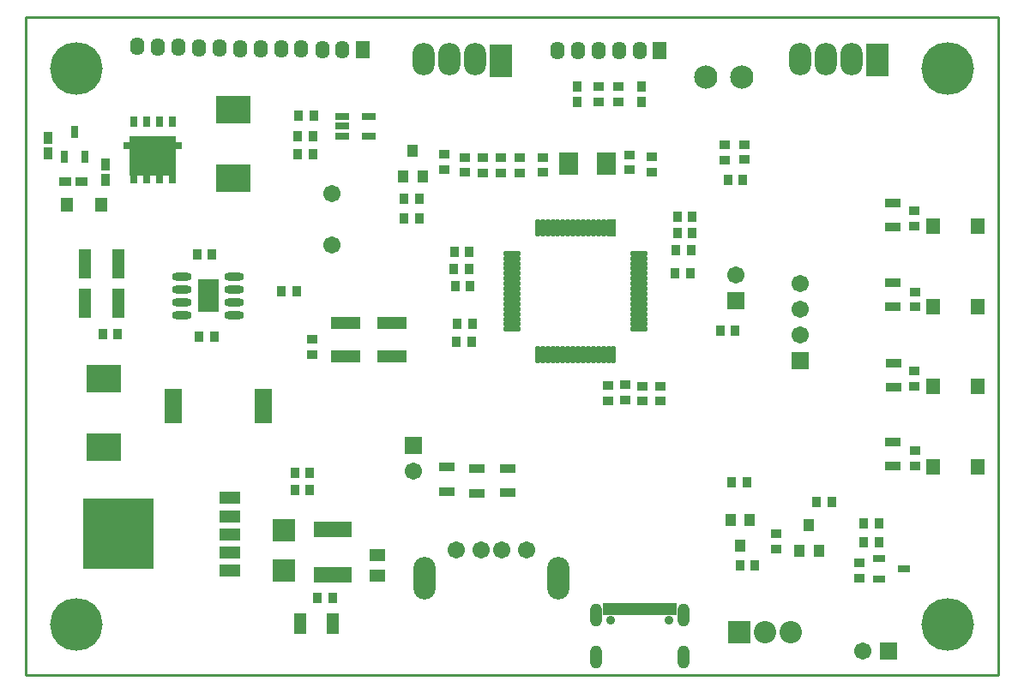
<source format=gts>
%FSLAX25Y25*%
%MOIN*%
G70*
G01*
G75*
G04 Layer_Color=8388736*
%ADD10R,0.02756X0.03347*%
%ADD11R,0.03543X0.03740*%
%ADD12R,0.03543X0.03740*%
%ADD13R,0.05118X0.03937*%
%ADD14R,0.05315X0.02559*%
%ADD15R,0.12992X0.09843*%
%ADD16R,0.10630X0.03937*%
%ADD17R,0.06299X0.12598*%
%ADD18R,0.13780X0.05118*%
%ADD19R,0.07874X0.07874*%
%ADD20R,0.04724X0.01969*%
%ADD21R,0.01181X0.03937*%
%ADD22R,0.02362X0.03937*%
%ADD23R,0.03937X0.07087*%
%ADD24R,0.07284X0.03740*%
%ADD25R,0.26772X0.26772*%
%ADD26R,0.07480X0.11811*%
%ADD27O,0.06890X0.02362*%
%ADD28R,0.03937X0.10630*%
%ADD29R,0.03347X0.02756*%
%ADD30O,0.01181X0.06299*%
%ADD31O,0.06299X0.01181*%
%ADD32R,0.01181X0.06299*%
%ADD33R,0.04331X0.04724*%
%ADD34R,0.04000X0.03000*%
%ADD35R,0.03000X0.04000*%
%ADD36R,0.09843X0.14410*%
%ADD37R,0.07874X0.14410*%
%ADD38R,0.06299X0.01969*%
%ADD39R,0.02126X0.03543*%
%ADD40R,0.06693X0.07874*%
%ADD41R,0.03000X0.03150*%
%ADD42R,0.03937X0.02362*%
%ADD43R,0.04843X0.05354*%
%ADD44C,0.00800*%
%ADD45C,0.04000*%
%ADD46C,0.01000*%
%ADD47C,0.02000*%
%ADD48C,0.03000*%
%ADD49C,0.01500*%
%ADD50C,0.07874*%
%ADD51R,0.07874X0.07874*%
%ADD52C,0.05906*%
%ADD53R,0.05906X0.05906*%
%ADD54R,0.05906X0.05906*%
%ADD55O,0.03937X0.08268*%
%ADD56C,0.02638*%
%ADD57O,0.07874X0.15748*%
%ADD58C,0.19685*%
%ADD59O,0.04724X0.06299*%
%ADD60R,0.04724X0.06299*%
%ADD61O,0.07874X0.11811*%
%ADD62R,0.07874X0.11811*%
%ADD63C,0.08268*%
%ADD64C,0.03000*%
%ADD65C,0.02000*%
%ADD66C,0.04500*%
%ADD67C,0.05000*%
%ADD68C,0.04000*%
%ADD69C,0.05500*%
%ADD70C,0.00984*%
%ADD71C,0.00600*%
%ADD72C,0.00500*%
%ADD73C,0.00787*%
%ADD74C,0.00700*%
%ADD75C,0.00493*%
%ADD76R,0.03556X0.04147*%
%ADD77R,0.04343X0.04540*%
%ADD78R,0.04343X0.04540*%
%ADD79R,0.05918X0.04737*%
%ADD80R,0.06115X0.03359*%
%ADD81R,0.13792X0.10642*%
%ADD82R,0.11430X0.04737*%
%ADD83R,0.07099X0.13398*%
%ADD84R,0.14579X0.05918*%
%ADD85R,0.08674X0.08674*%
%ADD86R,0.05524X0.02769*%
%ADD87R,0.01981X0.04737*%
%ADD88R,0.03162X0.04737*%
%ADD89R,0.04737X0.07887*%
%ADD90R,0.08083X0.04540*%
%ADD91R,0.27572X0.27572*%
%ADD92R,0.08280X0.12611*%
%ADD93O,0.07690X0.03162*%
%ADD94R,0.04737X0.11430*%
%ADD95R,0.04147X0.03556*%
%ADD96O,0.01981X0.07099*%
%ADD97O,0.07099X0.01981*%
%ADD98R,0.01981X0.07099*%
%ADD99R,0.05131X0.05524*%
%ADD100R,0.04800X0.03800*%
%ADD101R,0.03800X0.04800*%
%ADD102R,0.10642X0.15210*%
%ADD103R,0.08674X0.15210*%
%ADD104R,0.07099X0.02769*%
%ADD105R,0.02926X0.04343*%
%ADD106R,0.07493X0.08674*%
%ADD107R,0.03800X0.03950*%
%ADD108R,0.04737X0.03162*%
%ADD109R,0.05643X0.06154*%
%ADD110C,0.08674*%
%ADD111R,0.08674X0.08674*%
%ADD112C,0.06706*%
%ADD113R,0.06706X0.06706*%
%ADD114R,0.06706X0.06706*%
%ADD115O,0.04737X0.09068*%
%ADD116C,0.03438*%
%ADD117O,0.08674X0.16548*%
%ADD118C,0.20485*%
%ADD119O,0.05524X0.07099*%
%ADD120R,0.05524X0.07099*%
%ADD121O,0.08674X0.12611*%
%ADD122R,0.08674X0.12611*%
%ADD123C,0.09068*%
D46*
X0Y255906D02*
X377953D01*
Y0D02*
Y255906D01*
X0Y0D02*
Y256000D01*
Y0D02*
X377953D01*
D76*
X147095Y177800D02*
D03*
X153000D02*
D03*
X307395Y67300D02*
D03*
X313300D02*
D03*
X280306Y75200D02*
D03*
X274400D02*
D03*
X105994Y217600D02*
D03*
X111900D02*
D03*
X99494Y149400D02*
D03*
X105400D02*
D03*
X167700Y136600D02*
D03*
X173606D02*
D03*
X72505Y163700D02*
D03*
X66600D02*
D03*
X113500Y30200D02*
D03*
X119405D02*
D03*
X104595Y78600D02*
D03*
X110500D02*
D03*
X104595Y72100D02*
D03*
X110500D02*
D03*
X67400Y131700D02*
D03*
X73305D02*
D03*
X29900Y132700D02*
D03*
X35805D02*
D03*
X167400Y129800D02*
D03*
X173305D02*
D03*
X172806Y151400D02*
D03*
X166900D02*
D03*
X166400Y158100D02*
D03*
X172306D02*
D03*
X166600Y164900D02*
D03*
X172505D02*
D03*
X152905Y185300D02*
D03*
X147000D02*
D03*
X105694Y202700D02*
D03*
X111600D02*
D03*
X111706Y209700D02*
D03*
X105800D02*
D03*
X272895Y192900D02*
D03*
X278800D02*
D03*
X259100Y178500D02*
D03*
X253194D02*
D03*
X258700Y165400D02*
D03*
X252795D02*
D03*
X258206Y156300D02*
D03*
X252300D02*
D03*
X259100Y172100D02*
D03*
X253194D02*
D03*
X269895Y134200D02*
D03*
X275800D02*
D03*
X283506Y42800D02*
D03*
X277600D02*
D03*
X325795Y59200D02*
D03*
X331700D02*
D03*
X325694Y51900D02*
D03*
X331600D02*
D03*
D77*
X281340Y60321D02*
D03*
X277600Y50479D02*
D03*
X150500Y203921D02*
D03*
X146760Y194079D02*
D03*
X300760Y48479D02*
D03*
X304500Y58321D02*
D03*
D78*
X273860Y60321D02*
D03*
X154240Y194079D02*
D03*
X308240Y48479D02*
D03*
D79*
X136800Y46574D02*
D03*
Y38700D02*
D03*
D80*
X337100Y143251D02*
D03*
Y152700D02*
D03*
Y174251D02*
D03*
Y183700D02*
D03*
X337300Y112051D02*
D03*
Y121500D02*
D03*
X187200Y70951D02*
D03*
Y80400D02*
D03*
X175300Y70851D02*
D03*
Y80300D02*
D03*
X163800Y71551D02*
D03*
Y81000D02*
D03*
X337100Y81451D02*
D03*
Y90900D02*
D03*
D81*
X80800Y220000D02*
D03*
Y193425D02*
D03*
X30400Y88700D02*
D03*
Y115275D02*
D03*
D82*
X124300Y124200D02*
D03*
Y136995D02*
D03*
X142300Y124200D02*
D03*
Y136995D02*
D03*
D83*
X92498Y104779D02*
D03*
X57459D02*
D03*
D84*
X119500Y56700D02*
D03*
Y38984D02*
D03*
D85*
X100500Y56448D02*
D03*
Y40700D02*
D03*
D86*
X123082Y217537D02*
D03*
Y213600D02*
D03*
Y209663D02*
D03*
X133318D02*
D03*
Y217537D02*
D03*
D87*
X225511Y25600D02*
D03*
X226692D02*
D03*
X228661D02*
D03*
X229842D02*
D03*
X231810D02*
D03*
X233779D02*
D03*
X235747D02*
D03*
X237716D02*
D03*
X239684D02*
D03*
X241653D02*
D03*
X243621D02*
D03*
X245590D02*
D03*
X247558D02*
D03*
X248739D02*
D03*
X251889D02*
D03*
X250708D02*
D03*
D88*
X15100Y201600D02*
D03*
X19037Y211442D02*
D03*
X22974Y201600D02*
D03*
D89*
X106700Y20100D02*
D03*
X119495D02*
D03*
D90*
X79200Y40600D02*
D03*
Y47687D02*
D03*
Y54773D02*
D03*
Y61860D02*
D03*
Y68946D02*
D03*
D91*
X35893Y55053D02*
D03*
D92*
X70900Y147700D02*
D03*
D93*
X60664Y155200D02*
D03*
Y150200D02*
D03*
Y145200D02*
D03*
Y140200D02*
D03*
X81136Y155200D02*
D03*
Y150200D02*
D03*
Y145200D02*
D03*
Y140200D02*
D03*
D94*
X35900Y144700D02*
D03*
X23105D02*
D03*
X35900Y160200D02*
D03*
X23105D02*
D03*
D95*
X111500Y124900D02*
D03*
Y130806D02*
D03*
X226500Y106900D02*
D03*
Y112805D02*
D03*
X233000Y107000D02*
D03*
Y112906D02*
D03*
X239600Y106600D02*
D03*
Y112505D02*
D03*
X246700Y106600D02*
D03*
Y112505D02*
D03*
X162800Y196895D02*
D03*
Y202800D02*
D03*
X170600Y201500D02*
D03*
Y195595D02*
D03*
X177700Y201306D02*
D03*
Y195400D02*
D03*
X184600Y195395D02*
D03*
Y201300D02*
D03*
X192100D02*
D03*
Y195395D02*
D03*
X201100Y195600D02*
D03*
Y201505D02*
D03*
X234600Y196600D02*
D03*
Y202505D02*
D03*
X243300Y195794D02*
D03*
Y201700D02*
D03*
X222700Y223095D02*
D03*
Y229000D02*
D03*
X230500Y223095D02*
D03*
Y229000D02*
D03*
X271800Y200395D02*
D03*
Y206300D02*
D03*
X279300Y200594D02*
D03*
Y206500D02*
D03*
X291600Y55006D02*
D03*
Y49100D02*
D03*
X324100Y43705D02*
D03*
Y37800D02*
D03*
X345500Y174800D02*
D03*
Y180705D02*
D03*
X345600Y143251D02*
D03*
Y149157D02*
D03*
X345500Y112400D02*
D03*
Y118306D02*
D03*
X345700Y81400D02*
D03*
Y87305D02*
D03*
D96*
X198972Y174000D02*
D03*
X202909D02*
D03*
X200941D02*
D03*
X204878D02*
D03*
X228500Y124787D02*
D03*
X226532D02*
D03*
X224563D02*
D03*
X222594D02*
D03*
X220626D02*
D03*
X218657D02*
D03*
X216689D02*
D03*
X214721D02*
D03*
X212752D02*
D03*
X210784D02*
D03*
X208815D02*
D03*
X206846D02*
D03*
X204878D02*
D03*
X202909D02*
D03*
X200941D02*
D03*
X198972D02*
D03*
X206846Y174000D02*
D03*
X208815D02*
D03*
X210784D02*
D03*
X212752D02*
D03*
X214721D02*
D03*
X216689D02*
D03*
X218657D02*
D03*
X222594D02*
D03*
X224563D02*
D03*
X226532D02*
D03*
X220626D02*
D03*
D97*
X238342Y164157D02*
D03*
Y162189D02*
D03*
Y160221D02*
D03*
Y158252D02*
D03*
Y156283D02*
D03*
Y154315D02*
D03*
Y152347D02*
D03*
Y150378D02*
D03*
Y148409D02*
D03*
Y146441D02*
D03*
Y144472D02*
D03*
Y142504D02*
D03*
Y140535D02*
D03*
Y138567D02*
D03*
Y136598D02*
D03*
Y134630D02*
D03*
X189130D02*
D03*
Y136598D02*
D03*
Y138567D02*
D03*
Y140535D02*
D03*
Y142504D02*
D03*
Y144472D02*
D03*
Y146441D02*
D03*
Y148409D02*
D03*
Y150378D02*
D03*
Y152347D02*
D03*
Y154315D02*
D03*
Y156283D02*
D03*
Y158252D02*
D03*
Y160221D02*
D03*
Y162189D02*
D03*
Y164157D02*
D03*
D98*
X228500Y174000D02*
D03*
D99*
X29327Y183200D02*
D03*
X16000D02*
D03*
D100*
X15402Y192200D02*
D03*
X21598D02*
D03*
D101*
X8600Y203002D02*
D03*
Y209198D02*
D03*
X31000Y198798D02*
D03*
Y192602D02*
D03*
D102*
X45741Y202172D02*
D03*
D103*
X53983D02*
D03*
D104*
X41488Y206208D02*
D03*
X57236D02*
D03*
D105*
X51862Y215460D02*
D03*
Y193422D02*
D03*
X41862Y215460D02*
D03*
X46862D02*
D03*
X41862Y193422D02*
D03*
X56862Y215460D02*
D03*
Y193422D02*
D03*
X46862D02*
D03*
D106*
X211100Y199100D02*
D03*
X225667D02*
D03*
D107*
X214300Y229000D02*
D03*
Y223000D02*
D03*
X239200Y229000D02*
D03*
Y223000D02*
D03*
D108*
X331600Y45400D02*
D03*
X341442Y41463D02*
D03*
X331600Y37526D02*
D03*
D109*
X352698Y81200D02*
D03*
X369902D02*
D03*
X352698Y112367D02*
D03*
X369902D02*
D03*
X352698Y143533D02*
D03*
X369902D02*
D03*
X352698Y174700D02*
D03*
X369902D02*
D03*
D110*
X297500Y16900D02*
D03*
X287500D02*
D03*
D111*
X277500D02*
D03*
D112*
X325200Y9500D02*
D03*
X301100Y152500D02*
D03*
Y142500D02*
D03*
Y132500D02*
D03*
X167200Y48700D02*
D03*
X177042D02*
D03*
X184916D02*
D03*
X194759D02*
D03*
X150700Y79500D02*
D03*
X119100Y187300D02*
D03*
Y167300D02*
D03*
X275900Y155900D02*
D03*
X70900Y147700D02*
D03*
D113*
X335200Y9500D02*
D03*
D114*
X301100Y122500D02*
D03*
X150700Y89500D02*
D03*
X275900Y145900D02*
D03*
D115*
X255708Y23500D02*
D03*
Y7162D02*
D03*
X221692Y23500D02*
D03*
Y7162D02*
D03*
D116*
X227322Y21532D02*
D03*
X250078D02*
D03*
D117*
X154995Y37676D02*
D03*
X206964D02*
D03*
D118*
X19685Y19685D02*
D03*
Y236221D02*
D03*
X358268D02*
D03*
Y19685D02*
D03*
D119*
X51472Y244500D02*
D03*
X43402Y244800D02*
D03*
X83362Y243900D02*
D03*
X75291Y244200D02*
D03*
X59346Y244500D02*
D03*
X67417Y244200D02*
D03*
X99307Y243600D02*
D03*
X91236Y243900D02*
D03*
X107181Y243600D02*
D03*
X115252Y243300D02*
D03*
X123126D02*
D03*
X206814Y243100D02*
D03*
X222681D02*
D03*
X214807D02*
D03*
X230752D02*
D03*
X238626D02*
D03*
D120*
X131000Y243300D02*
D03*
X246500Y243100D02*
D03*
D121*
X154700Y239594D02*
D03*
X164700D02*
D03*
X174700D02*
D03*
X300900Y239794D02*
D03*
X310900D02*
D03*
X320900D02*
D03*
D122*
X184700Y239200D02*
D03*
X330900Y239400D02*
D03*
D123*
X278300Y232700D02*
D03*
X264521D02*
D03*
M02*

</source>
